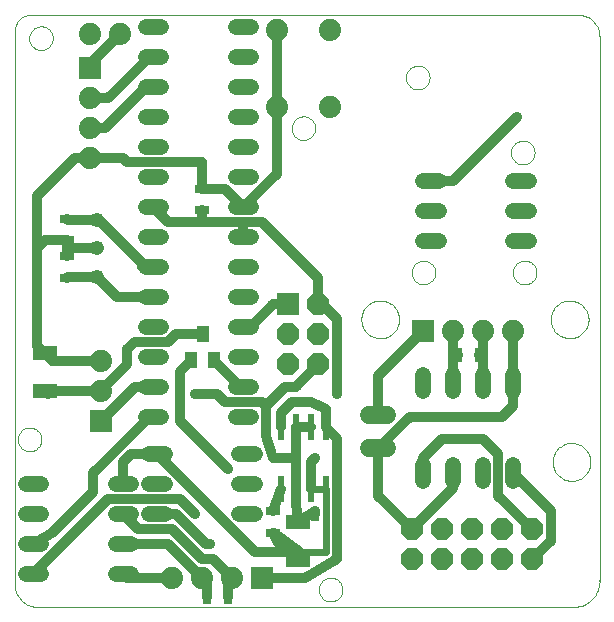
<source format=gbl>
G75*
G70*
%OFA0B0*%
%FSLAX24Y24*%
%IPPOS*%
%LPD*%
%AMOC8*
5,1,8,0,0,1.08239X$1,22.5*
%
%ADD10C,0.0000*%
%ADD11C,0.0520*%
%ADD12R,0.0240X0.0870*%
%ADD13R,0.0740X0.0740*%
%ADD14C,0.0740*%
%ADD15C,0.0476*%
%ADD16OC8,0.0740*%
%ADD17R,0.0472X0.0315*%
%ADD18R,0.0315X0.0472*%
%ADD19R,0.0787X0.0472*%
%ADD20R,0.0394X0.0551*%
%ADD21C,0.0600*%
%ADD22C,0.0320*%
%ADD23C,0.0356*%
%ADD24C,0.0240*%
D10*
X001041Y000425D02*
X018944Y000425D01*
X018943Y000425D02*
X019001Y000428D01*
X019058Y000436D01*
X019114Y000448D01*
X019170Y000463D01*
X019224Y000481D01*
X019277Y000503D01*
X019329Y000529D01*
X019379Y000558D01*
X019427Y000590D01*
X019472Y000625D01*
X019515Y000663D01*
X019556Y000704D01*
X019594Y000748D01*
X019629Y000793D01*
X019661Y000841D01*
X019689Y000891D01*
X019715Y000943D01*
X019736Y000996D01*
X019755Y001051D01*
X019770Y001107D01*
X019781Y001163D01*
X019788Y001220D01*
X019792Y001278D01*
X019791Y001335D01*
X019792Y001335D02*
X019792Y019447D01*
X019790Y019499D01*
X019785Y019550D01*
X019775Y019601D01*
X019763Y019651D01*
X019746Y019700D01*
X019726Y019748D01*
X019703Y019794D01*
X019677Y019839D01*
X019647Y019881D01*
X019615Y019922D01*
X019580Y019960D01*
X019542Y019995D01*
X019501Y020027D01*
X019459Y020057D01*
X019414Y020083D01*
X019368Y020106D01*
X019320Y020126D01*
X019271Y020143D01*
X019221Y020155D01*
X019170Y020165D01*
X019119Y020170D01*
X019067Y020172D01*
X000841Y020172D01*
X000796Y020170D01*
X000751Y020165D01*
X000707Y020155D01*
X000664Y020143D01*
X000622Y020126D01*
X000582Y020106D01*
X000543Y020083D01*
X000507Y020057D01*
X000473Y020028D01*
X000441Y019996D01*
X000412Y019962D01*
X000386Y019926D01*
X000363Y019887D01*
X000343Y019847D01*
X000326Y019805D01*
X000314Y019762D01*
X000304Y019718D01*
X000299Y019673D01*
X000297Y019628D01*
X000297Y001232D01*
X000296Y001177D01*
X000300Y001121D01*
X000308Y001066D01*
X000319Y001012D01*
X000335Y000959D01*
X000354Y000907D01*
X000377Y000856D01*
X000403Y000808D01*
X000433Y000761D01*
X000466Y000716D01*
X000502Y000674D01*
X000541Y000635D01*
X000583Y000598D01*
X000627Y000565D01*
X000673Y000535D01*
X000722Y000508D01*
X000772Y000485D01*
X000824Y000465D01*
X000877Y000449D01*
X000932Y000437D01*
X000986Y000429D01*
X001042Y000425D01*
X000403Y006017D02*
X000405Y006056D01*
X000411Y006095D01*
X000421Y006133D01*
X000434Y006170D01*
X000451Y006205D01*
X000471Y006239D01*
X000495Y006270D01*
X000522Y006299D01*
X000551Y006325D01*
X000583Y006348D01*
X000617Y006368D01*
X000653Y006384D01*
X000690Y006396D01*
X000729Y006405D01*
X000768Y006410D01*
X000807Y006411D01*
X000846Y006408D01*
X000885Y006401D01*
X000922Y006390D01*
X000959Y006376D01*
X000994Y006358D01*
X001027Y006337D01*
X001058Y006312D01*
X001086Y006285D01*
X001111Y006255D01*
X001133Y006222D01*
X001152Y006188D01*
X001167Y006152D01*
X001179Y006114D01*
X001187Y006076D01*
X001191Y006037D01*
X001191Y005997D01*
X001187Y005958D01*
X001179Y005920D01*
X001167Y005882D01*
X001152Y005846D01*
X001133Y005812D01*
X001111Y005779D01*
X001086Y005749D01*
X001058Y005722D01*
X001027Y005697D01*
X000994Y005676D01*
X000959Y005658D01*
X000922Y005644D01*
X000885Y005633D01*
X000846Y005626D01*
X000807Y005623D01*
X000768Y005624D01*
X000729Y005629D01*
X000690Y005638D01*
X000653Y005650D01*
X000617Y005666D01*
X000583Y005686D01*
X000551Y005709D01*
X000522Y005735D01*
X000495Y005764D01*
X000471Y005795D01*
X000451Y005829D01*
X000434Y005864D01*
X000421Y005901D01*
X000411Y005939D01*
X000405Y005978D01*
X000403Y006017D01*
X009528Y016392D02*
X009530Y016431D01*
X009536Y016470D01*
X009546Y016508D01*
X009559Y016545D01*
X009576Y016580D01*
X009596Y016614D01*
X009620Y016645D01*
X009647Y016674D01*
X009676Y016700D01*
X009708Y016723D01*
X009742Y016743D01*
X009778Y016759D01*
X009815Y016771D01*
X009854Y016780D01*
X009893Y016785D01*
X009932Y016786D01*
X009971Y016783D01*
X010010Y016776D01*
X010047Y016765D01*
X010084Y016751D01*
X010119Y016733D01*
X010152Y016712D01*
X010183Y016687D01*
X010211Y016660D01*
X010236Y016630D01*
X010258Y016597D01*
X010277Y016563D01*
X010292Y016527D01*
X010304Y016489D01*
X010312Y016451D01*
X010316Y016412D01*
X010316Y016372D01*
X010312Y016333D01*
X010304Y016295D01*
X010292Y016257D01*
X010277Y016221D01*
X010258Y016187D01*
X010236Y016154D01*
X010211Y016124D01*
X010183Y016097D01*
X010152Y016072D01*
X010119Y016051D01*
X010084Y016033D01*
X010047Y016019D01*
X010010Y016008D01*
X009971Y016001D01*
X009932Y015998D01*
X009893Y015999D01*
X009854Y016004D01*
X009815Y016013D01*
X009778Y016025D01*
X009742Y016041D01*
X009708Y016061D01*
X009676Y016084D01*
X009647Y016110D01*
X009620Y016139D01*
X009596Y016170D01*
X009576Y016204D01*
X009559Y016239D01*
X009546Y016276D01*
X009536Y016314D01*
X009530Y016353D01*
X009528Y016392D01*
X013340Y018080D02*
X013342Y018119D01*
X013348Y018158D01*
X013358Y018196D01*
X013371Y018233D01*
X013388Y018268D01*
X013408Y018302D01*
X013432Y018333D01*
X013459Y018362D01*
X013488Y018388D01*
X013520Y018411D01*
X013554Y018431D01*
X013590Y018447D01*
X013627Y018459D01*
X013666Y018468D01*
X013705Y018473D01*
X013744Y018474D01*
X013783Y018471D01*
X013822Y018464D01*
X013859Y018453D01*
X013896Y018439D01*
X013931Y018421D01*
X013964Y018400D01*
X013995Y018375D01*
X014023Y018348D01*
X014048Y018318D01*
X014070Y018285D01*
X014089Y018251D01*
X014104Y018215D01*
X014116Y018177D01*
X014124Y018139D01*
X014128Y018100D01*
X014128Y018060D01*
X014124Y018021D01*
X014116Y017983D01*
X014104Y017945D01*
X014089Y017909D01*
X014070Y017875D01*
X014048Y017842D01*
X014023Y017812D01*
X013995Y017785D01*
X013964Y017760D01*
X013931Y017739D01*
X013896Y017721D01*
X013859Y017707D01*
X013822Y017696D01*
X013783Y017689D01*
X013744Y017686D01*
X013705Y017687D01*
X013666Y017692D01*
X013627Y017701D01*
X013590Y017713D01*
X013554Y017729D01*
X013520Y017749D01*
X013488Y017772D01*
X013459Y017798D01*
X013432Y017827D01*
X013408Y017858D01*
X013388Y017892D01*
X013371Y017927D01*
X013358Y017964D01*
X013348Y018002D01*
X013342Y018041D01*
X013340Y018080D01*
X016840Y015580D02*
X016842Y015619D01*
X016848Y015658D01*
X016858Y015696D01*
X016871Y015733D01*
X016888Y015768D01*
X016908Y015802D01*
X016932Y015833D01*
X016959Y015862D01*
X016988Y015888D01*
X017020Y015911D01*
X017054Y015931D01*
X017090Y015947D01*
X017127Y015959D01*
X017166Y015968D01*
X017205Y015973D01*
X017244Y015974D01*
X017283Y015971D01*
X017322Y015964D01*
X017359Y015953D01*
X017396Y015939D01*
X017431Y015921D01*
X017464Y015900D01*
X017495Y015875D01*
X017523Y015848D01*
X017548Y015818D01*
X017570Y015785D01*
X017589Y015751D01*
X017604Y015715D01*
X017616Y015677D01*
X017624Y015639D01*
X017628Y015600D01*
X017628Y015560D01*
X017624Y015521D01*
X017616Y015483D01*
X017604Y015445D01*
X017589Y015409D01*
X017570Y015375D01*
X017548Y015342D01*
X017523Y015312D01*
X017495Y015285D01*
X017464Y015260D01*
X017431Y015239D01*
X017396Y015221D01*
X017359Y015207D01*
X017322Y015196D01*
X017283Y015189D01*
X017244Y015186D01*
X017205Y015187D01*
X017166Y015192D01*
X017127Y015201D01*
X017090Y015213D01*
X017054Y015229D01*
X017020Y015249D01*
X016988Y015272D01*
X016959Y015298D01*
X016932Y015327D01*
X016908Y015358D01*
X016888Y015392D01*
X016871Y015427D01*
X016858Y015464D01*
X016848Y015502D01*
X016842Y015541D01*
X016840Y015580D01*
X016903Y011580D02*
X016905Y011619D01*
X016911Y011658D01*
X016921Y011696D01*
X016934Y011733D01*
X016951Y011768D01*
X016971Y011802D01*
X016995Y011833D01*
X017022Y011862D01*
X017051Y011888D01*
X017083Y011911D01*
X017117Y011931D01*
X017153Y011947D01*
X017190Y011959D01*
X017229Y011968D01*
X017268Y011973D01*
X017307Y011974D01*
X017346Y011971D01*
X017385Y011964D01*
X017422Y011953D01*
X017459Y011939D01*
X017494Y011921D01*
X017527Y011900D01*
X017558Y011875D01*
X017586Y011848D01*
X017611Y011818D01*
X017633Y011785D01*
X017652Y011751D01*
X017667Y011715D01*
X017679Y011677D01*
X017687Y011639D01*
X017691Y011600D01*
X017691Y011560D01*
X017687Y011521D01*
X017679Y011483D01*
X017667Y011445D01*
X017652Y011409D01*
X017633Y011375D01*
X017611Y011342D01*
X017586Y011312D01*
X017558Y011285D01*
X017527Y011260D01*
X017494Y011239D01*
X017459Y011221D01*
X017422Y011207D01*
X017385Y011196D01*
X017346Y011189D01*
X017307Y011186D01*
X017268Y011187D01*
X017229Y011192D01*
X017190Y011201D01*
X017153Y011213D01*
X017117Y011229D01*
X017083Y011249D01*
X017051Y011272D01*
X017022Y011298D01*
X016995Y011327D01*
X016971Y011358D01*
X016951Y011392D01*
X016934Y011427D01*
X016921Y011464D01*
X016911Y011502D01*
X016905Y011541D01*
X016903Y011580D01*
X018167Y010017D02*
X018169Y010067D01*
X018175Y010117D01*
X018185Y010166D01*
X018199Y010214D01*
X018216Y010261D01*
X018237Y010306D01*
X018262Y010350D01*
X018290Y010391D01*
X018322Y010430D01*
X018356Y010467D01*
X018393Y010501D01*
X018433Y010531D01*
X018475Y010558D01*
X018519Y010582D01*
X018565Y010603D01*
X018612Y010619D01*
X018660Y010632D01*
X018710Y010641D01*
X018759Y010646D01*
X018810Y010647D01*
X018860Y010644D01*
X018909Y010637D01*
X018958Y010626D01*
X019006Y010611D01*
X019052Y010593D01*
X019097Y010571D01*
X019140Y010545D01*
X019181Y010516D01*
X019220Y010484D01*
X019256Y010449D01*
X019288Y010411D01*
X019318Y010371D01*
X019345Y010328D01*
X019368Y010284D01*
X019387Y010238D01*
X019403Y010190D01*
X019415Y010141D01*
X019423Y010092D01*
X019427Y010042D01*
X019427Y009992D01*
X019423Y009942D01*
X019415Y009893D01*
X019403Y009844D01*
X019387Y009796D01*
X019368Y009750D01*
X019345Y009706D01*
X019318Y009663D01*
X019288Y009623D01*
X019256Y009585D01*
X019220Y009550D01*
X019181Y009518D01*
X019140Y009489D01*
X019097Y009463D01*
X019052Y009441D01*
X019006Y009423D01*
X018958Y009408D01*
X018909Y009397D01*
X018860Y009390D01*
X018810Y009387D01*
X018759Y009388D01*
X018710Y009393D01*
X018660Y009402D01*
X018612Y009415D01*
X018565Y009431D01*
X018519Y009452D01*
X018475Y009476D01*
X018433Y009503D01*
X018393Y009533D01*
X018356Y009567D01*
X018322Y009604D01*
X018290Y009643D01*
X018262Y009684D01*
X018237Y009728D01*
X018216Y009773D01*
X018199Y009820D01*
X018185Y009868D01*
X018175Y009917D01*
X018169Y009967D01*
X018167Y010017D01*
X013528Y011580D02*
X013530Y011619D01*
X013536Y011658D01*
X013546Y011696D01*
X013559Y011733D01*
X013576Y011768D01*
X013596Y011802D01*
X013620Y011833D01*
X013647Y011862D01*
X013676Y011888D01*
X013708Y011911D01*
X013742Y011931D01*
X013778Y011947D01*
X013815Y011959D01*
X013854Y011968D01*
X013893Y011973D01*
X013932Y011974D01*
X013971Y011971D01*
X014010Y011964D01*
X014047Y011953D01*
X014084Y011939D01*
X014119Y011921D01*
X014152Y011900D01*
X014183Y011875D01*
X014211Y011848D01*
X014236Y011818D01*
X014258Y011785D01*
X014277Y011751D01*
X014292Y011715D01*
X014304Y011677D01*
X014312Y011639D01*
X014316Y011600D01*
X014316Y011560D01*
X014312Y011521D01*
X014304Y011483D01*
X014292Y011445D01*
X014277Y011409D01*
X014258Y011375D01*
X014236Y011342D01*
X014211Y011312D01*
X014183Y011285D01*
X014152Y011260D01*
X014119Y011239D01*
X014084Y011221D01*
X014047Y011207D01*
X014010Y011196D01*
X013971Y011189D01*
X013932Y011186D01*
X013893Y011187D01*
X013854Y011192D01*
X013815Y011201D01*
X013778Y011213D01*
X013742Y011229D01*
X013708Y011249D01*
X013676Y011272D01*
X013647Y011298D01*
X013620Y011327D01*
X013596Y011358D01*
X013576Y011392D01*
X013559Y011427D01*
X013546Y011464D01*
X013536Y011502D01*
X013530Y011541D01*
X013528Y011580D01*
X011854Y010017D02*
X011856Y010067D01*
X011862Y010117D01*
X011872Y010166D01*
X011886Y010214D01*
X011903Y010261D01*
X011924Y010306D01*
X011949Y010350D01*
X011977Y010391D01*
X012009Y010430D01*
X012043Y010467D01*
X012080Y010501D01*
X012120Y010531D01*
X012162Y010558D01*
X012206Y010582D01*
X012252Y010603D01*
X012299Y010619D01*
X012347Y010632D01*
X012397Y010641D01*
X012446Y010646D01*
X012497Y010647D01*
X012547Y010644D01*
X012596Y010637D01*
X012645Y010626D01*
X012693Y010611D01*
X012739Y010593D01*
X012784Y010571D01*
X012827Y010545D01*
X012868Y010516D01*
X012907Y010484D01*
X012943Y010449D01*
X012975Y010411D01*
X013005Y010371D01*
X013032Y010328D01*
X013055Y010284D01*
X013074Y010238D01*
X013090Y010190D01*
X013102Y010141D01*
X013110Y010092D01*
X013114Y010042D01*
X013114Y009992D01*
X013110Y009942D01*
X013102Y009893D01*
X013090Y009844D01*
X013074Y009796D01*
X013055Y009750D01*
X013032Y009706D01*
X013005Y009663D01*
X012975Y009623D01*
X012943Y009585D01*
X012907Y009550D01*
X012868Y009518D01*
X012827Y009489D01*
X012784Y009463D01*
X012739Y009441D01*
X012693Y009423D01*
X012645Y009408D01*
X012596Y009397D01*
X012547Y009390D01*
X012497Y009387D01*
X012446Y009388D01*
X012397Y009393D01*
X012347Y009402D01*
X012299Y009415D01*
X012252Y009431D01*
X012206Y009452D01*
X012162Y009476D01*
X012120Y009503D01*
X012080Y009533D01*
X012043Y009567D01*
X012009Y009604D01*
X011977Y009643D01*
X011949Y009684D01*
X011924Y009728D01*
X011903Y009773D01*
X011886Y009820D01*
X011872Y009868D01*
X011862Y009917D01*
X011856Y009967D01*
X011854Y010017D01*
X018229Y005267D02*
X018231Y005317D01*
X018237Y005367D01*
X018247Y005416D01*
X018261Y005464D01*
X018278Y005511D01*
X018299Y005556D01*
X018324Y005600D01*
X018352Y005641D01*
X018384Y005680D01*
X018418Y005717D01*
X018455Y005751D01*
X018495Y005781D01*
X018537Y005808D01*
X018581Y005832D01*
X018627Y005853D01*
X018674Y005869D01*
X018722Y005882D01*
X018772Y005891D01*
X018821Y005896D01*
X018872Y005897D01*
X018922Y005894D01*
X018971Y005887D01*
X019020Y005876D01*
X019068Y005861D01*
X019114Y005843D01*
X019159Y005821D01*
X019202Y005795D01*
X019243Y005766D01*
X019282Y005734D01*
X019318Y005699D01*
X019350Y005661D01*
X019380Y005621D01*
X019407Y005578D01*
X019430Y005534D01*
X019449Y005488D01*
X019465Y005440D01*
X019477Y005391D01*
X019485Y005342D01*
X019489Y005292D01*
X019489Y005242D01*
X019485Y005192D01*
X019477Y005143D01*
X019465Y005094D01*
X019449Y005046D01*
X019430Y005000D01*
X019407Y004956D01*
X019380Y004913D01*
X019350Y004873D01*
X019318Y004835D01*
X019282Y004800D01*
X019243Y004768D01*
X019202Y004739D01*
X019159Y004713D01*
X019114Y004691D01*
X019068Y004673D01*
X019020Y004658D01*
X018971Y004647D01*
X018922Y004640D01*
X018872Y004637D01*
X018821Y004638D01*
X018772Y004643D01*
X018722Y004652D01*
X018674Y004665D01*
X018627Y004681D01*
X018581Y004702D01*
X018537Y004726D01*
X018495Y004753D01*
X018455Y004783D01*
X018418Y004817D01*
X018384Y004854D01*
X018352Y004893D01*
X018324Y004934D01*
X018299Y004978D01*
X018278Y005023D01*
X018261Y005070D01*
X018247Y005118D01*
X018237Y005167D01*
X018231Y005217D01*
X018229Y005267D01*
X010437Y001010D02*
X010439Y001049D01*
X010445Y001088D01*
X010455Y001126D01*
X010468Y001163D01*
X010485Y001198D01*
X010505Y001232D01*
X010529Y001263D01*
X010556Y001292D01*
X010585Y001318D01*
X010617Y001341D01*
X010651Y001361D01*
X010687Y001377D01*
X010724Y001389D01*
X010763Y001398D01*
X010802Y001403D01*
X010841Y001404D01*
X010880Y001401D01*
X010919Y001394D01*
X010956Y001383D01*
X010993Y001369D01*
X011028Y001351D01*
X011061Y001330D01*
X011092Y001305D01*
X011120Y001278D01*
X011145Y001248D01*
X011167Y001215D01*
X011186Y001181D01*
X011201Y001145D01*
X011213Y001107D01*
X011221Y001069D01*
X011225Y001030D01*
X011225Y000990D01*
X011221Y000951D01*
X011213Y000913D01*
X011201Y000875D01*
X011186Y000839D01*
X011167Y000805D01*
X011145Y000772D01*
X011120Y000742D01*
X011092Y000715D01*
X011061Y000690D01*
X011028Y000669D01*
X010993Y000651D01*
X010956Y000637D01*
X010919Y000626D01*
X010880Y000619D01*
X010841Y000616D01*
X010802Y000617D01*
X010763Y000622D01*
X010724Y000631D01*
X010687Y000643D01*
X010651Y000659D01*
X010617Y000679D01*
X010585Y000702D01*
X010556Y000728D01*
X010529Y000757D01*
X010505Y000788D01*
X010485Y000822D01*
X010468Y000857D01*
X010455Y000894D01*
X010445Y000932D01*
X010439Y000971D01*
X010437Y001010D01*
X000778Y019392D02*
X000780Y019431D01*
X000786Y019470D01*
X000796Y019508D01*
X000809Y019545D01*
X000826Y019580D01*
X000846Y019614D01*
X000870Y019645D01*
X000897Y019674D01*
X000926Y019700D01*
X000958Y019723D01*
X000992Y019743D01*
X001028Y019759D01*
X001065Y019771D01*
X001104Y019780D01*
X001143Y019785D01*
X001182Y019786D01*
X001221Y019783D01*
X001260Y019776D01*
X001297Y019765D01*
X001334Y019751D01*
X001369Y019733D01*
X001402Y019712D01*
X001433Y019687D01*
X001461Y019660D01*
X001486Y019630D01*
X001508Y019597D01*
X001527Y019563D01*
X001542Y019527D01*
X001554Y019489D01*
X001562Y019451D01*
X001566Y019412D01*
X001566Y019372D01*
X001562Y019333D01*
X001554Y019295D01*
X001542Y019257D01*
X001527Y019221D01*
X001508Y019187D01*
X001486Y019154D01*
X001461Y019124D01*
X001433Y019097D01*
X001402Y019072D01*
X001369Y019051D01*
X001334Y019033D01*
X001297Y019019D01*
X001260Y019008D01*
X001221Y019001D01*
X001182Y018998D01*
X001143Y018999D01*
X001104Y019004D01*
X001065Y019013D01*
X001028Y019025D01*
X000992Y019041D01*
X000958Y019061D01*
X000926Y019084D01*
X000897Y019110D01*
X000870Y019139D01*
X000846Y019170D01*
X000826Y019204D01*
X000809Y019239D01*
X000796Y019276D01*
X000786Y019314D01*
X000780Y019353D01*
X000778Y019392D01*
D11*
X004662Y019767D02*
X005182Y019767D01*
X005182Y018767D02*
X004662Y018767D01*
X004662Y017767D02*
X005182Y017767D01*
X005182Y016767D02*
X004662Y016767D01*
X004662Y015767D02*
X005182Y015767D01*
X005182Y014767D02*
X004662Y014767D01*
X004662Y013767D02*
X005182Y013767D01*
X005182Y012767D02*
X004662Y012767D01*
X004662Y011767D02*
X005182Y011767D01*
X005182Y010767D02*
X004662Y010767D01*
X004662Y009767D02*
X005182Y009767D01*
X005182Y008767D02*
X004662Y008767D01*
X004662Y007767D02*
X005182Y007767D01*
X005182Y006767D02*
X004662Y006767D01*
X004787Y005517D02*
X005307Y005517D01*
X005307Y004517D02*
X004787Y004517D01*
X004182Y004517D02*
X003662Y004517D01*
X003662Y003517D02*
X004182Y003517D01*
X004787Y003517D02*
X005307Y003517D01*
X004182Y002517D02*
X003662Y002517D01*
X003662Y001517D02*
X004182Y001517D01*
X001182Y001517D02*
X000662Y001517D01*
X000662Y002517D02*
X001182Y002517D01*
X001182Y003517D02*
X000662Y003517D01*
X000662Y004517D02*
X001182Y004517D01*
X007787Y004517D02*
X008307Y004517D01*
X008307Y003517D02*
X007787Y003517D01*
X007787Y005517D02*
X008307Y005517D01*
X008182Y006767D02*
X007662Y006767D01*
X007662Y007767D02*
X008182Y007767D01*
X008182Y008767D02*
X007662Y008767D01*
X007662Y009767D02*
X008182Y009767D01*
X008182Y010767D02*
X007662Y010767D01*
X007662Y011767D02*
X008182Y011767D01*
X008182Y012767D02*
X007662Y012767D01*
X007662Y013767D02*
X008182Y013767D01*
X008182Y014767D02*
X007662Y014767D01*
X007662Y015767D02*
X008182Y015767D01*
X008182Y016767D02*
X007662Y016767D01*
X007662Y017767D02*
X008182Y017767D01*
X008182Y018767D02*
X007662Y018767D01*
X007662Y019767D02*
X008182Y019767D01*
X013912Y014642D02*
X014432Y014642D01*
X014432Y013642D02*
X013912Y013642D01*
X013912Y012642D02*
X014432Y012642D01*
X016912Y012642D02*
X017432Y012642D01*
X017432Y013642D02*
X016912Y013642D01*
X016912Y014642D02*
X017432Y014642D01*
X016922Y008152D02*
X016922Y007632D01*
X015922Y007632D02*
X015922Y008152D01*
X014922Y008152D02*
X014922Y007632D01*
X013922Y007632D02*
X013922Y008152D01*
X013922Y005152D02*
X013922Y004632D01*
X014922Y004632D02*
X014922Y005152D01*
X015922Y005152D02*
X015922Y004632D01*
X016922Y004632D02*
X016922Y005152D01*
D12*
X010672Y004362D03*
X010172Y004362D03*
X009672Y004362D03*
X009172Y004362D03*
X009172Y006422D03*
X009672Y006422D03*
X010172Y006422D03*
X010672Y006422D03*
D13*
X013922Y009642D03*
X009422Y010517D03*
X003172Y006642D03*
X008547Y001392D03*
X002797Y018392D03*
D14*
X002797Y017392D03*
X002797Y016392D03*
X002797Y015392D03*
X002797Y019517D03*
X003797Y019517D03*
X009032Y019672D03*
X010812Y019672D03*
X010812Y017112D03*
X009032Y017112D03*
X014922Y009642D03*
X015922Y009642D03*
X016922Y009642D03*
X007547Y001392D03*
X006547Y001392D03*
X005547Y001392D03*
X003172Y007642D03*
X003172Y008642D03*
D15*
X003047Y011442D03*
X003047Y012403D03*
X003047Y013342D03*
D16*
X009422Y009517D03*
X010422Y009517D03*
X010422Y008517D03*
X009422Y008517D03*
X010422Y010517D03*
X013547Y003017D03*
X014547Y003017D03*
X015547Y003017D03*
X016547Y003017D03*
X017547Y003017D03*
X017547Y002017D03*
X016547Y002017D03*
X015547Y002017D03*
X014547Y002017D03*
X013547Y002017D03*
D17*
X008922Y002913D03*
X008922Y003621D03*
X002047Y011413D03*
X002047Y012121D03*
X002047Y012663D03*
X002047Y013371D03*
X006547Y013663D03*
X006547Y014371D03*
D18*
X015067Y008830D03*
X015776Y008830D03*
X011026Y003517D03*
X010317Y003517D03*
X007401Y000767D03*
X006692Y000767D03*
D19*
X009734Y002012D03*
X009734Y003272D03*
X001297Y007637D03*
X001297Y008897D03*
D20*
X006190Y008651D03*
X006938Y008651D03*
X006564Y009517D03*
D21*
X012122Y006817D02*
X012722Y006817D01*
X012722Y005717D02*
X012122Y005717D01*
D22*
X012422Y005717D02*
X013472Y006767D01*
X016547Y006767D01*
X016922Y007142D01*
X016922Y007892D01*
X016922Y009642D01*
X015922Y009642D02*
X015922Y008830D01*
X015922Y008830D01*
X015776Y008830D01*
X015922Y008830D02*
X015922Y007892D01*
X014922Y007892D02*
X014922Y008830D01*
X014922Y008830D01*
X014922Y009642D01*
X014922Y008830D02*
X015067Y008830D01*
X013922Y009642D02*
X012422Y008142D01*
X012422Y006817D01*
X012422Y005717D02*
X012422Y004142D01*
X013547Y003017D01*
X014922Y004392D01*
X014922Y004892D01*
X013922Y004892D02*
X013922Y005392D01*
X014547Y006017D01*
X015922Y006017D01*
X016422Y005517D01*
X016422Y004142D01*
X017547Y003017D01*
X018172Y002642D02*
X018172Y003642D01*
X016922Y004892D01*
X018172Y002642D02*
X017547Y002017D01*
X011047Y002017D02*
X011047Y003642D01*
X011026Y003517D01*
X011047Y003642D02*
X011047Y006047D01*
X010672Y006422D01*
X010672Y007017D01*
X010172Y007267D01*
X009547Y007267D01*
X009172Y006892D01*
X009172Y006422D01*
X009672Y006392D02*
X009672Y006422D01*
X010172Y006422D01*
X009702Y006422D01*
X009672Y006392D01*
X009672Y005392D01*
X008922Y005392D01*
X008672Y006142D01*
X008672Y007142D01*
X008547Y007267D01*
X007297Y007267D01*
X007047Y007517D01*
X006297Y007517D01*
X005797Y008267D02*
X005797Y006642D01*
X007422Y005017D01*
X006297Y003517D02*
X005797Y004017D01*
X003422Y004017D01*
X000922Y001517D01*
X000922Y002517D02*
X001547Y002892D01*
X002922Y004267D01*
X002922Y004892D01*
X004797Y006767D01*
X004922Y006767D01*
X004922Y007767D02*
X004297Y007767D01*
X003172Y006642D01*
X003172Y007642D02*
X004047Y008517D01*
X004047Y009017D01*
X004297Y009267D01*
X005422Y009267D01*
X005672Y009517D01*
X006564Y009517D01*
X006190Y008651D02*
X006181Y008651D01*
X005797Y008267D01*
X006938Y008651D02*
X007822Y007767D01*
X007922Y007767D01*
X008672Y007142D02*
X009297Y007767D01*
X009672Y007767D01*
X010422Y008517D01*
X011047Y007517D02*
X011047Y010017D01*
X010547Y010517D01*
X010422Y010517D01*
X010422Y011392D01*
X008547Y013267D01*
X007922Y013267D01*
X007922Y012767D01*
X007922Y013267D02*
X006547Y013267D01*
X006547Y013663D01*
X006547Y013267D02*
X005422Y013267D01*
X004922Y013767D01*
X004047Y015267D02*
X006547Y015267D01*
X006547Y014371D01*
X007317Y014371D01*
X007922Y013767D01*
X009032Y014877D01*
X009032Y017112D01*
X009032Y019672D01*
X004922Y018767D02*
X004797Y018767D01*
X003422Y017392D01*
X002797Y017392D01*
X002797Y016392D02*
X003297Y016392D01*
X004672Y017767D01*
X004922Y017767D01*
X003797Y019517D02*
X002797Y018517D01*
X002797Y018392D01*
X002797Y015392D02*
X002297Y015392D01*
X001047Y014142D01*
X001047Y012392D01*
X001317Y012663D01*
X002047Y012663D01*
X002047Y012413D01*
X002057Y012403D01*
X002047Y012392D01*
X002047Y012121D01*
X002057Y012403D02*
X003047Y012403D01*
X003047Y013342D02*
X003097Y013342D01*
X004547Y011892D01*
X004547Y011767D01*
X004922Y011767D01*
X004922Y010767D02*
X003722Y010767D01*
X003047Y011442D01*
X002076Y011442D01*
X002047Y011413D01*
X001047Y012392D02*
X001047Y009147D01*
X001297Y008897D01*
X001552Y008642D01*
X003172Y008642D01*
X003172Y007642D02*
X001302Y007642D01*
X001297Y007637D01*
X001417Y007517D01*
X003922Y005267D02*
X003922Y004517D01*
X003922Y005267D02*
X004172Y005517D01*
X005047Y005517D01*
X008297Y002267D01*
X009172Y002267D01*
X009792Y002267D01*
X009734Y002012D01*
X009792Y002267D02*
X008942Y002892D01*
X008922Y002913D01*
X009172Y002392D01*
X009172Y002267D01*
X009172Y002392D02*
X009792Y002267D01*
X009984Y001392D02*
X011047Y002017D01*
X009984Y001392D02*
X008547Y001392D01*
X007547Y001392D02*
X007401Y001392D01*
X007401Y000767D01*
X007547Y001392D02*
X006922Y002017D01*
X006547Y002017D01*
X005547Y003017D01*
X004422Y003017D01*
X003922Y003517D01*
X003922Y002517D02*
X005422Y002517D01*
X006547Y001392D01*
X006692Y001392D01*
X006692Y000767D01*
X005547Y001392D02*
X004047Y001392D01*
X003922Y001517D01*
X005047Y003517D02*
X005672Y003517D01*
X006672Y002517D01*
X006797Y002517D01*
X008922Y003621D02*
X009172Y004362D01*
X009672Y004362D02*
X009672Y003897D01*
X009734Y003272D01*
X010292Y003642D01*
X010317Y003517D01*
X010172Y004362D02*
X010172Y005267D01*
X010297Y005392D01*
X009672Y005392D02*
X009672Y004362D01*
X008172Y009767D02*
X007922Y009767D01*
X008172Y009767D02*
X008922Y010517D01*
X009422Y010517D01*
X014172Y014642D02*
X014922Y014642D01*
X017047Y016767D01*
X004047Y015267D02*
X003922Y015392D01*
X002797Y015392D01*
X003047Y013342D02*
X002076Y013342D01*
X002047Y013371D01*
D23*
X006297Y007517D03*
X007422Y005017D03*
X006297Y003517D03*
X006797Y002517D03*
X010297Y005392D03*
X011047Y007517D03*
X017047Y016767D03*
D24*
X010672Y004362D02*
X010172Y004362D01*
X010672Y004362D02*
X010672Y002267D01*
X009792Y002267D01*
M02*

</source>
